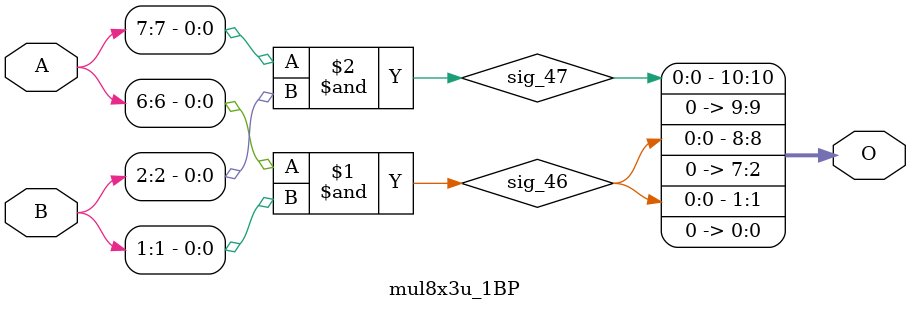
<source format=v>
/***
* This code is a part of EvoApproxLib library (ehw.fit.vutbr.cz/approxlib) distributed under The MIT License.
* When used, please cite the following article(s): V. Mrazek, L. Sekanina, Z. Vasicek "Libraries of Approximate Circuits: Automated Design and Application in CNN Accelerators" IEEE Journal on Emerging and Selected Topics in Circuits and Systems, Vol 10, No 4, 2020 
* This file contains a circuit from a sub-set of pareto optimal circuits with respect to the pwr and mse parameters
***/
// MAE% = 9.06 %
// MAE = 186 
// WCE% = 31.01 %
// WCE = 635 
// WCRE% = 101.56 %
// EP% = 87.11 %
// MRE% = 65.58 %
// MSE = 60012 
// PDK45_PWR = 0.0006 mW
// PDK45_AREA = 4.7 um2
// PDK45_DELAY = 0.04 ns

module mul8x3u_1BP (
    A,
    B,
    O
);

input [7:0] A;
input [2:0] B;
output [10:0] O;

wire sig_46,sig_47;

assign sig_46 = A[6] & B[1];
assign sig_47 = A[7] & B[2];

assign O[10] = sig_47;
assign O[9] = 1'b0;
assign O[8] = sig_46;
assign O[7] = 1'b0;
assign O[6] = 1'b0;
assign O[5] = 1'b0;
assign O[4] = 1'b0;
assign O[3] = 1'b0;
assign O[2] = 1'b0;
assign O[1] = sig_46;
assign O[0] = 1'b0;

endmodule



</source>
